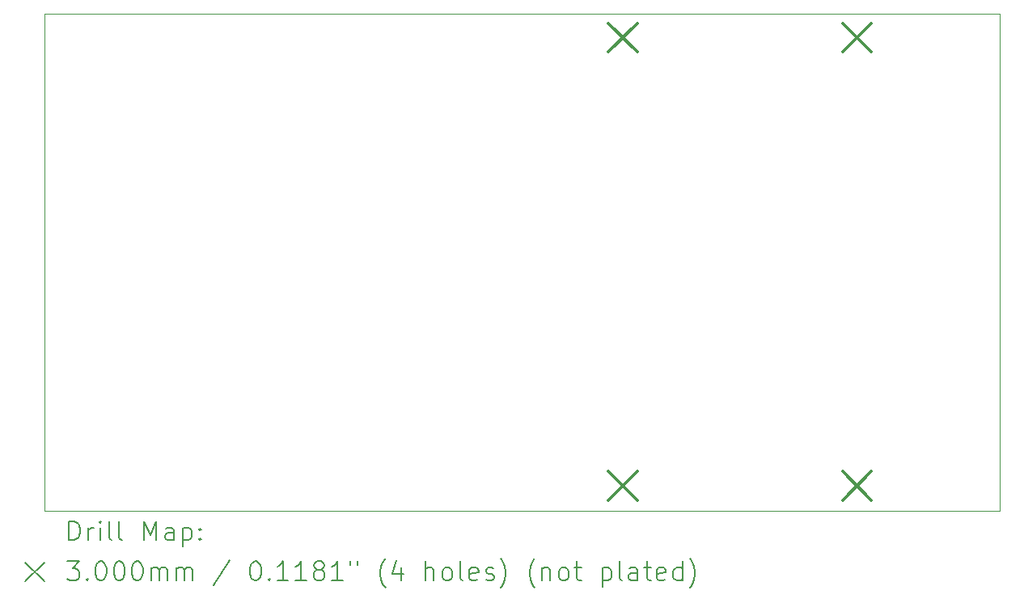
<source format=gbr>
%FSLAX45Y45*%
G04 Gerber Fmt 4.5, Leading zero omitted, Abs format (unit mm)*
G04 Created by KiCad (PCBNEW (6.0.5)) date 2022-06-11 17:52:53*
%MOMM*%
%LPD*%
G01*
G04 APERTURE LIST*
%TA.AperFunction,Profile*%
%ADD10C,0.038100*%
%TD*%
%ADD11C,0.200000*%
%ADD12C,0.300000*%
G04 APERTURE END LIST*
D10*
X7000000Y-15000000D02*
X17000000Y-15000000D01*
X17000000Y-15000000D02*
X17000000Y-9800000D01*
X17000000Y-9800000D02*
X7000000Y-9800000D01*
X7000000Y-9800000D02*
X7000000Y-15000000D01*
D11*
D12*
X12901800Y-9897700D02*
X13201800Y-10197700D01*
X13201800Y-9897700D02*
X12901800Y-10197700D01*
X12901800Y-14592700D02*
X13201800Y-14892700D01*
X13201800Y-14592700D02*
X12901800Y-14892700D01*
X15352800Y-9897700D02*
X15652800Y-10197700D01*
X15652800Y-9897700D02*
X15352800Y-10197700D01*
X15352800Y-14592700D02*
X15652800Y-14892700D01*
X15652800Y-14592700D02*
X15352800Y-14892700D01*
D11*
X7255714Y-15312381D02*
X7255714Y-15112381D01*
X7303333Y-15112381D01*
X7331904Y-15121905D01*
X7350952Y-15140953D01*
X7360476Y-15160000D01*
X7370000Y-15198095D01*
X7370000Y-15226667D01*
X7360476Y-15264762D01*
X7350952Y-15283810D01*
X7331904Y-15302857D01*
X7303333Y-15312381D01*
X7255714Y-15312381D01*
X7455714Y-15312381D02*
X7455714Y-15179048D01*
X7455714Y-15217143D02*
X7465238Y-15198095D01*
X7474762Y-15188572D01*
X7493809Y-15179048D01*
X7512857Y-15179048D01*
X7579523Y-15312381D02*
X7579523Y-15179048D01*
X7579523Y-15112381D02*
X7570000Y-15121905D01*
X7579523Y-15131429D01*
X7589047Y-15121905D01*
X7579523Y-15112381D01*
X7579523Y-15131429D01*
X7703333Y-15312381D02*
X7684285Y-15302857D01*
X7674762Y-15283810D01*
X7674762Y-15112381D01*
X7808095Y-15312381D02*
X7789047Y-15302857D01*
X7779523Y-15283810D01*
X7779523Y-15112381D01*
X8036666Y-15312381D02*
X8036666Y-15112381D01*
X8103333Y-15255238D01*
X8170000Y-15112381D01*
X8170000Y-15312381D01*
X8350952Y-15312381D02*
X8350952Y-15207619D01*
X8341428Y-15188572D01*
X8322381Y-15179048D01*
X8284285Y-15179048D01*
X8265238Y-15188572D01*
X8350952Y-15302857D02*
X8331904Y-15312381D01*
X8284285Y-15312381D01*
X8265238Y-15302857D01*
X8255714Y-15283810D01*
X8255714Y-15264762D01*
X8265238Y-15245714D01*
X8284285Y-15236191D01*
X8331904Y-15236191D01*
X8350952Y-15226667D01*
X8446190Y-15179048D02*
X8446190Y-15379048D01*
X8446190Y-15188572D02*
X8465238Y-15179048D01*
X8503333Y-15179048D01*
X8522381Y-15188572D01*
X8531905Y-15198095D01*
X8541428Y-15217143D01*
X8541428Y-15274286D01*
X8531905Y-15293333D01*
X8522381Y-15302857D01*
X8503333Y-15312381D01*
X8465238Y-15312381D01*
X8446190Y-15302857D01*
X8627143Y-15293333D02*
X8636666Y-15302857D01*
X8627143Y-15312381D01*
X8617619Y-15302857D01*
X8627143Y-15293333D01*
X8627143Y-15312381D01*
X8627143Y-15188572D02*
X8636666Y-15198095D01*
X8627143Y-15207619D01*
X8617619Y-15198095D01*
X8627143Y-15188572D01*
X8627143Y-15207619D01*
X6798095Y-15541905D02*
X6998095Y-15741905D01*
X6998095Y-15541905D02*
X6798095Y-15741905D01*
X7236666Y-15532381D02*
X7360476Y-15532381D01*
X7293809Y-15608572D01*
X7322381Y-15608572D01*
X7341428Y-15618095D01*
X7350952Y-15627619D01*
X7360476Y-15646667D01*
X7360476Y-15694286D01*
X7350952Y-15713333D01*
X7341428Y-15722857D01*
X7322381Y-15732381D01*
X7265238Y-15732381D01*
X7246190Y-15722857D01*
X7236666Y-15713333D01*
X7446190Y-15713333D02*
X7455714Y-15722857D01*
X7446190Y-15732381D01*
X7436666Y-15722857D01*
X7446190Y-15713333D01*
X7446190Y-15732381D01*
X7579523Y-15532381D02*
X7598571Y-15532381D01*
X7617619Y-15541905D01*
X7627143Y-15551429D01*
X7636666Y-15570476D01*
X7646190Y-15608572D01*
X7646190Y-15656191D01*
X7636666Y-15694286D01*
X7627143Y-15713333D01*
X7617619Y-15722857D01*
X7598571Y-15732381D01*
X7579523Y-15732381D01*
X7560476Y-15722857D01*
X7550952Y-15713333D01*
X7541428Y-15694286D01*
X7531904Y-15656191D01*
X7531904Y-15608572D01*
X7541428Y-15570476D01*
X7550952Y-15551429D01*
X7560476Y-15541905D01*
X7579523Y-15532381D01*
X7770000Y-15532381D02*
X7789047Y-15532381D01*
X7808095Y-15541905D01*
X7817619Y-15551429D01*
X7827143Y-15570476D01*
X7836666Y-15608572D01*
X7836666Y-15656191D01*
X7827143Y-15694286D01*
X7817619Y-15713333D01*
X7808095Y-15722857D01*
X7789047Y-15732381D01*
X7770000Y-15732381D01*
X7750952Y-15722857D01*
X7741428Y-15713333D01*
X7731904Y-15694286D01*
X7722381Y-15656191D01*
X7722381Y-15608572D01*
X7731904Y-15570476D01*
X7741428Y-15551429D01*
X7750952Y-15541905D01*
X7770000Y-15532381D01*
X7960476Y-15532381D02*
X7979523Y-15532381D01*
X7998571Y-15541905D01*
X8008095Y-15551429D01*
X8017619Y-15570476D01*
X8027143Y-15608572D01*
X8027143Y-15656191D01*
X8017619Y-15694286D01*
X8008095Y-15713333D01*
X7998571Y-15722857D01*
X7979523Y-15732381D01*
X7960476Y-15732381D01*
X7941428Y-15722857D01*
X7931904Y-15713333D01*
X7922381Y-15694286D01*
X7912857Y-15656191D01*
X7912857Y-15608572D01*
X7922381Y-15570476D01*
X7931904Y-15551429D01*
X7941428Y-15541905D01*
X7960476Y-15532381D01*
X8112857Y-15732381D02*
X8112857Y-15599048D01*
X8112857Y-15618095D02*
X8122381Y-15608572D01*
X8141428Y-15599048D01*
X8170000Y-15599048D01*
X8189047Y-15608572D01*
X8198571Y-15627619D01*
X8198571Y-15732381D01*
X8198571Y-15627619D02*
X8208095Y-15608572D01*
X8227143Y-15599048D01*
X8255714Y-15599048D01*
X8274762Y-15608572D01*
X8284285Y-15627619D01*
X8284285Y-15732381D01*
X8379523Y-15732381D02*
X8379523Y-15599048D01*
X8379523Y-15618095D02*
X8389047Y-15608572D01*
X8408095Y-15599048D01*
X8436666Y-15599048D01*
X8455714Y-15608572D01*
X8465238Y-15627619D01*
X8465238Y-15732381D01*
X8465238Y-15627619D02*
X8474762Y-15608572D01*
X8493809Y-15599048D01*
X8522381Y-15599048D01*
X8541428Y-15608572D01*
X8550952Y-15627619D01*
X8550952Y-15732381D01*
X8941428Y-15522857D02*
X8770000Y-15780000D01*
X9198571Y-15532381D02*
X9217619Y-15532381D01*
X9236666Y-15541905D01*
X9246190Y-15551429D01*
X9255714Y-15570476D01*
X9265238Y-15608572D01*
X9265238Y-15656191D01*
X9255714Y-15694286D01*
X9246190Y-15713333D01*
X9236666Y-15722857D01*
X9217619Y-15732381D01*
X9198571Y-15732381D01*
X9179524Y-15722857D01*
X9170000Y-15713333D01*
X9160476Y-15694286D01*
X9150952Y-15656191D01*
X9150952Y-15608572D01*
X9160476Y-15570476D01*
X9170000Y-15551429D01*
X9179524Y-15541905D01*
X9198571Y-15532381D01*
X9350952Y-15713333D02*
X9360476Y-15722857D01*
X9350952Y-15732381D01*
X9341428Y-15722857D01*
X9350952Y-15713333D01*
X9350952Y-15732381D01*
X9550952Y-15732381D02*
X9436666Y-15732381D01*
X9493809Y-15732381D02*
X9493809Y-15532381D01*
X9474762Y-15560953D01*
X9455714Y-15580000D01*
X9436666Y-15589524D01*
X9741428Y-15732381D02*
X9627143Y-15732381D01*
X9684285Y-15732381D02*
X9684285Y-15532381D01*
X9665238Y-15560953D01*
X9646190Y-15580000D01*
X9627143Y-15589524D01*
X9855714Y-15618095D02*
X9836666Y-15608572D01*
X9827143Y-15599048D01*
X9817619Y-15580000D01*
X9817619Y-15570476D01*
X9827143Y-15551429D01*
X9836666Y-15541905D01*
X9855714Y-15532381D01*
X9893809Y-15532381D01*
X9912857Y-15541905D01*
X9922381Y-15551429D01*
X9931905Y-15570476D01*
X9931905Y-15580000D01*
X9922381Y-15599048D01*
X9912857Y-15608572D01*
X9893809Y-15618095D01*
X9855714Y-15618095D01*
X9836666Y-15627619D01*
X9827143Y-15637143D01*
X9817619Y-15656191D01*
X9817619Y-15694286D01*
X9827143Y-15713333D01*
X9836666Y-15722857D01*
X9855714Y-15732381D01*
X9893809Y-15732381D01*
X9912857Y-15722857D01*
X9922381Y-15713333D01*
X9931905Y-15694286D01*
X9931905Y-15656191D01*
X9922381Y-15637143D01*
X9912857Y-15627619D01*
X9893809Y-15618095D01*
X10122381Y-15732381D02*
X10008095Y-15732381D01*
X10065238Y-15732381D02*
X10065238Y-15532381D01*
X10046190Y-15560953D01*
X10027143Y-15580000D01*
X10008095Y-15589524D01*
X10198571Y-15532381D02*
X10198571Y-15570476D01*
X10274762Y-15532381D02*
X10274762Y-15570476D01*
X10570000Y-15808572D02*
X10560476Y-15799048D01*
X10541428Y-15770476D01*
X10531905Y-15751429D01*
X10522381Y-15722857D01*
X10512857Y-15675238D01*
X10512857Y-15637143D01*
X10522381Y-15589524D01*
X10531905Y-15560953D01*
X10541428Y-15541905D01*
X10560476Y-15513333D01*
X10570000Y-15503810D01*
X10731905Y-15599048D02*
X10731905Y-15732381D01*
X10684285Y-15522857D02*
X10636666Y-15665714D01*
X10760476Y-15665714D01*
X10989047Y-15732381D02*
X10989047Y-15532381D01*
X11074762Y-15732381D02*
X11074762Y-15627619D01*
X11065238Y-15608572D01*
X11046190Y-15599048D01*
X11017619Y-15599048D01*
X10998571Y-15608572D01*
X10989047Y-15618095D01*
X11198571Y-15732381D02*
X11179524Y-15722857D01*
X11170000Y-15713333D01*
X11160476Y-15694286D01*
X11160476Y-15637143D01*
X11170000Y-15618095D01*
X11179524Y-15608572D01*
X11198571Y-15599048D01*
X11227143Y-15599048D01*
X11246190Y-15608572D01*
X11255714Y-15618095D01*
X11265238Y-15637143D01*
X11265238Y-15694286D01*
X11255714Y-15713333D01*
X11246190Y-15722857D01*
X11227143Y-15732381D01*
X11198571Y-15732381D01*
X11379523Y-15732381D02*
X11360476Y-15722857D01*
X11350952Y-15703810D01*
X11350952Y-15532381D01*
X11531904Y-15722857D02*
X11512857Y-15732381D01*
X11474762Y-15732381D01*
X11455714Y-15722857D01*
X11446190Y-15703810D01*
X11446190Y-15627619D01*
X11455714Y-15608572D01*
X11474762Y-15599048D01*
X11512857Y-15599048D01*
X11531904Y-15608572D01*
X11541428Y-15627619D01*
X11541428Y-15646667D01*
X11446190Y-15665714D01*
X11617619Y-15722857D02*
X11636666Y-15732381D01*
X11674762Y-15732381D01*
X11693809Y-15722857D01*
X11703333Y-15703810D01*
X11703333Y-15694286D01*
X11693809Y-15675238D01*
X11674762Y-15665714D01*
X11646190Y-15665714D01*
X11627143Y-15656191D01*
X11617619Y-15637143D01*
X11617619Y-15627619D01*
X11627143Y-15608572D01*
X11646190Y-15599048D01*
X11674762Y-15599048D01*
X11693809Y-15608572D01*
X11770000Y-15808572D02*
X11779523Y-15799048D01*
X11798571Y-15770476D01*
X11808095Y-15751429D01*
X11817619Y-15722857D01*
X11827143Y-15675238D01*
X11827143Y-15637143D01*
X11817619Y-15589524D01*
X11808095Y-15560953D01*
X11798571Y-15541905D01*
X11779523Y-15513333D01*
X11770000Y-15503810D01*
X12131904Y-15808572D02*
X12122381Y-15799048D01*
X12103333Y-15770476D01*
X12093809Y-15751429D01*
X12084285Y-15722857D01*
X12074762Y-15675238D01*
X12074762Y-15637143D01*
X12084285Y-15589524D01*
X12093809Y-15560953D01*
X12103333Y-15541905D01*
X12122381Y-15513333D01*
X12131904Y-15503810D01*
X12208095Y-15599048D02*
X12208095Y-15732381D01*
X12208095Y-15618095D02*
X12217619Y-15608572D01*
X12236666Y-15599048D01*
X12265238Y-15599048D01*
X12284285Y-15608572D01*
X12293809Y-15627619D01*
X12293809Y-15732381D01*
X12417619Y-15732381D02*
X12398571Y-15722857D01*
X12389047Y-15713333D01*
X12379523Y-15694286D01*
X12379523Y-15637143D01*
X12389047Y-15618095D01*
X12398571Y-15608572D01*
X12417619Y-15599048D01*
X12446190Y-15599048D01*
X12465238Y-15608572D01*
X12474762Y-15618095D01*
X12484285Y-15637143D01*
X12484285Y-15694286D01*
X12474762Y-15713333D01*
X12465238Y-15722857D01*
X12446190Y-15732381D01*
X12417619Y-15732381D01*
X12541428Y-15599048D02*
X12617619Y-15599048D01*
X12570000Y-15532381D02*
X12570000Y-15703810D01*
X12579523Y-15722857D01*
X12598571Y-15732381D01*
X12617619Y-15732381D01*
X12836666Y-15599048D02*
X12836666Y-15799048D01*
X12836666Y-15608572D02*
X12855714Y-15599048D01*
X12893809Y-15599048D01*
X12912857Y-15608572D01*
X12922381Y-15618095D01*
X12931904Y-15637143D01*
X12931904Y-15694286D01*
X12922381Y-15713333D01*
X12912857Y-15722857D01*
X12893809Y-15732381D01*
X12855714Y-15732381D01*
X12836666Y-15722857D01*
X13046190Y-15732381D02*
X13027143Y-15722857D01*
X13017619Y-15703810D01*
X13017619Y-15532381D01*
X13208095Y-15732381D02*
X13208095Y-15627619D01*
X13198571Y-15608572D01*
X13179523Y-15599048D01*
X13141428Y-15599048D01*
X13122381Y-15608572D01*
X13208095Y-15722857D02*
X13189047Y-15732381D01*
X13141428Y-15732381D01*
X13122381Y-15722857D01*
X13112857Y-15703810D01*
X13112857Y-15684762D01*
X13122381Y-15665714D01*
X13141428Y-15656191D01*
X13189047Y-15656191D01*
X13208095Y-15646667D01*
X13274762Y-15599048D02*
X13350952Y-15599048D01*
X13303333Y-15532381D02*
X13303333Y-15703810D01*
X13312857Y-15722857D01*
X13331904Y-15732381D01*
X13350952Y-15732381D01*
X13493809Y-15722857D02*
X13474762Y-15732381D01*
X13436666Y-15732381D01*
X13417619Y-15722857D01*
X13408095Y-15703810D01*
X13408095Y-15627619D01*
X13417619Y-15608572D01*
X13436666Y-15599048D01*
X13474762Y-15599048D01*
X13493809Y-15608572D01*
X13503333Y-15627619D01*
X13503333Y-15646667D01*
X13408095Y-15665714D01*
X13674762Y-15732381D02*
X13674762Y-15532381D01*
X13674762Y-15722857D02*
X13655714Y-15732381D01*
X13617619Y-15732381D01*
X13598571Y-15722857D01*
X13589047Y-15713333D01*
X13579523Y-15694286D01*
X13579523Y-15637143D01*
X13589047Y-15618095D01*
X13598571Y-15608572D01*
X13617619Y-15599048D01*
X13655714Y-15599048D01*
X13674762Y-15608572D01*
X13750952Y-15808572D02*
X13760476Y-15799048D01*
X13779523Y-15770476D01*
X13789047Y-15751429D01*
X13798571Y-15722857D01*
X13808095Y-15675238D01*
X13808095Y-15637143D01*
X13798571Y-15589524D01*
X13789047Y-15560953D01*
X13779523Y-15541905D01*
X13760476Y-15513333D01*
X13750952Y-15503810D01*
M02*

</source>
